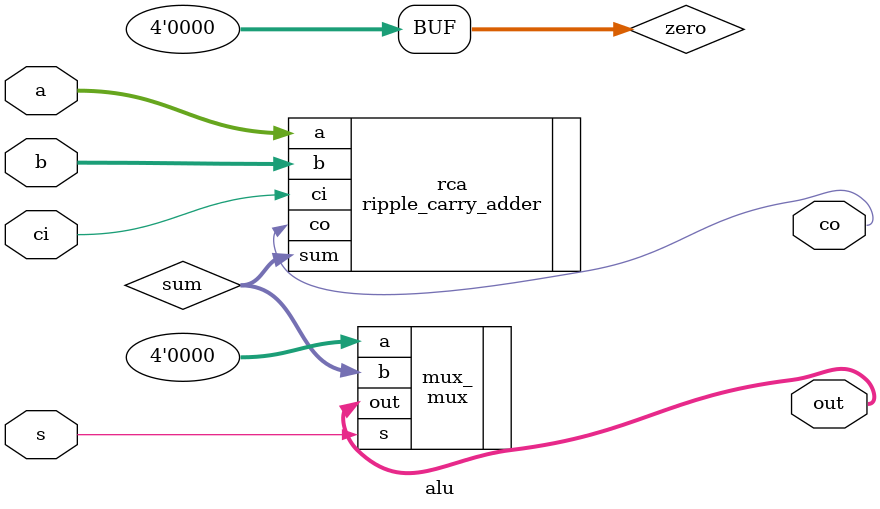
<source format=sv>
module alu(
  input logic [3:0] a,b, //4 bit inputs for the addition
  input logic ci,s, //carry in and selection bit
  output logic [3:0] out, //final 4-bit output
  output logic co //carry out
);
  
  logic [3:0] sum;
  logic [3:0] zero = 0;
  
  
  ripple_carry_adder rca(
    .a(a),
    .b(b),
    .ci(ci),
    .co(co),
    .sum(sum)
  );
  
  mux mux_(
    .a(zero),.b(sum),.s(s),.out(out)
  );
  
endmodule
</source>
